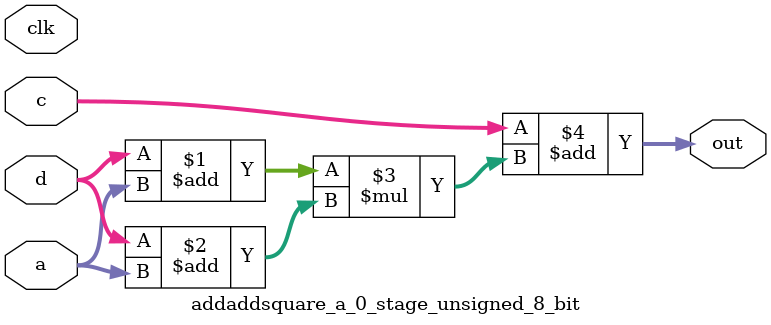
<source format=sv>
(* use_dsp = "yes" *) module addaddsquare_a_0_stage_unsigned_8_bit(
	input  [7:0] a,
	input  [7:0] c,
	input  [7:0] d,
	output [7:0] out,
	input clk);

	assign out = c + ((d + a) * (d + a));
endmodule

</source>
